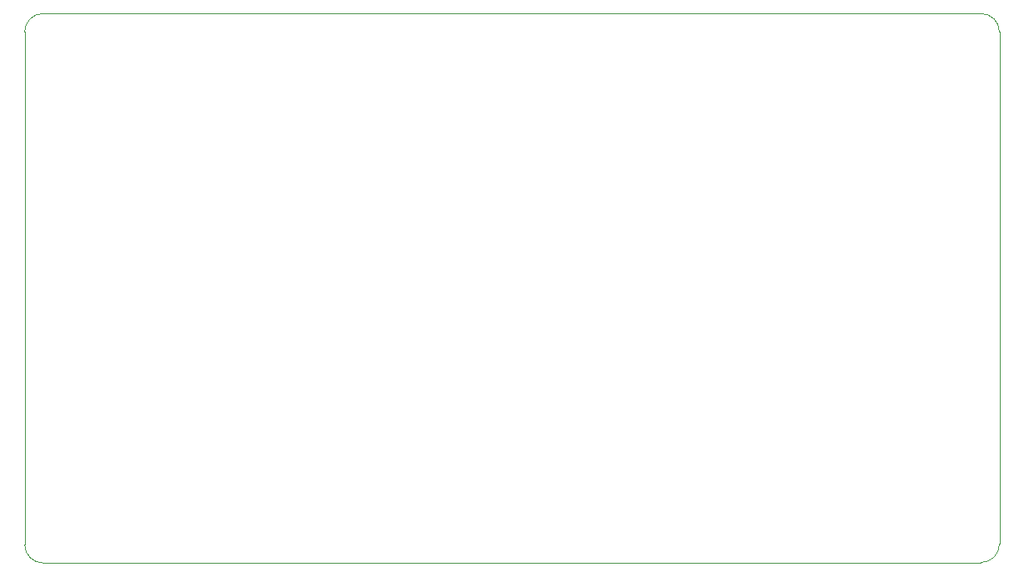
<source format=gm1>
G04 #@! TF.GenerationSoftware,KiCad,Pcbnew,(5.1.7)-1*
G04 #@! TF.CreationDate,2021-04-25T15:55:36-07:00*
G04 #@! TF.ProjectId,daughter_board,64617567-6874-4657-925f-626f6172642e,rev?*
G04 #@! TF.SameCoordinates,Original*
G04 #@! TF.FileFunction,Profile,NP*
%FSLAX46Y46*%
G04 Gerber Fmt 4.6, Leading zero omitted, Abs format (unit mm)*
G04 Created by KiCad (PCBNEW (5.1.7)-1) date 2021-04-25 15:55:36*
%MOMM*%
%LPD*%
G01*
G04 APERTURE LIST*
G04 #@! TA.AperFunction,Profile*
%ADD10C,0.050000*%
G04 #@! TD*
G04 APERTURE END LIST*
D10*
X126339600Y-121920000D02*
G75*
G02*
X124460000Y-120040400I0J1879600D01*
G01*
X223520000Y-119989600D02*
G75*
G02*
X221640400Y-121869200I-1879600J0D01*
G01*
X221640400Y-66040000D02*
G75*
G02*
X223520000Y-67919600I0J-1879600D01*
G01*
X124460000Y-67919600D02*
G75*
G02*
X126339600Y-66040000I1879600J0D01*
G01*
X223520000Y-119989600D02*
X223520000Y-114300000D01*
X126339600Y-121920000D02*
X221640400Y-121869200D01*
X124460000Y-114300000D02*
X124460000Y-120040400D01*
X221640400Y-66040000D02*
X126339600Y-66040000D01*
X223520000Y-114300000D02*
X223520000Y-67919600D01*
X124460000Y-67919600D02*
X124460000Y-114300000D01*
M02*

</source>
